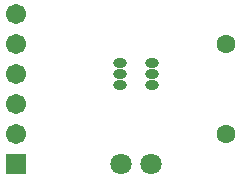
<source format=gts>
G04*
G04 #@! TF.GenerationSoftware,Altium Limited,Altium Designer,18.1.7 (191)*
G04*
G04 Layer_Color=8388736*
%FSLAX25Y25*%
%MOIN*%
G70*
G01*
G75*
%ADD15O,0.04540X0.03162*%
%ADD16C,0.07099*%
%ADD17C,0.06312*%
%ADD18R,0.06706X0.06706*%
%ADD19C,0.06706*%
D15*
X155413Y156260D02*
D03*
Y160000D02*
D03*
Y163740D02*
D03*
X144587Y156260D02*
D03*
Y160000D02*
D03*
Y163740D02*
D03*
D16*
X155000Y130000D02*
D03*
X145000D02*
D03*
D17*
X180000Y170000D02*
D03*
Y140000D02*
D03*
D18*
X110000Y130000D02*
D03*
D19*
Y140000D02*
D03*
Y150000D02*
D03*
Y160000D02*
D03*
Y170000D02*
D03*
Y180000D02*
D03*
M02*

</source>
